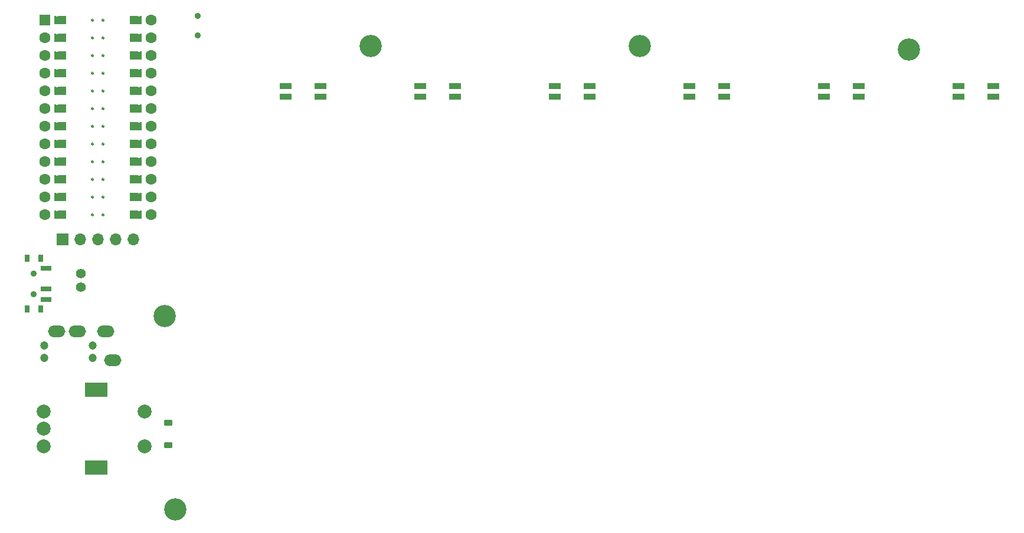
<source format=gts>
G04 #@! TF.GenerationSoftware,KiCad,Pcbnew,7.0.5*
G04 #@! TF.CreationDate,2024-01-21T06:01:12-08:00*
G04 #@! TF.ProjectId,Seismos_5CoreR,53656973-6d6f-4735-9f35-436f7265522e,rev?*
G04 #@! TF.SameCoordinates,Original*
G04 #@! TF.FileFunction,Soldermask,Top*
G04 #@! TF.FilePolarity,Negative*
%FSLAX46Y46*%
G04 Gerber Fmt 4.6, Leading zero omitted, Abs format (unit mm)*
G04 Created by KiCad (PCBNEW 7.0.5) date 2024-01-21 06:01:12*
%MOMM*%
%LPD*%
G01*
G04 APERTURE LIST*
G04 Aperture macros list*
%AMRoundRect*
0 Rectangle with rounded corners*
0 $1 Rounding radius*
0 $2 $3 $4 $5 $6 $7 $8 $9 X,Y pos of 4 corners*
0 Add a 4 corners polygon primitive as box body*
4,1,4,$2,$3,$4,$5,$6,$7,$8,$9,$2,$3,0*
0 Add four circle primitives for the rounded corners*
1,1,$1+$1,$2,$3*
1,1,$1+$1,$4,$5*
1,1,$1+$1,$6,$7*
1,1,$1+$1,$8,$9*
0 Add four rect primitives between the rounded corners*
20,1,$1+$1,$2,$3,$4,$5,0*
20,1,$1+$1,$4,$5,$6,$7,0*
20,1,$1+$1,$6,$7,$8,$9,0*
20,1,$1+$1,$8,$9,$2,$3,0*%
%AMFreePoly0*
4,1,6,0.600000,0.200000,0.000000,-0.400000,-0.600000,0.200000,-0.600000,0.400000,0.600000,0.400000,0.600000,0.200000,0.600000,0.200000,$1*%
%AMFreePoly1*
4,1,6,0.600000,-0.250000,-0.600000,-0.250000,-0.600000,1.000000,0.000000,0.400000,0.600000,1.000000,0.600000,-0.250000,0.600000,-0.250000,$1*%
G04 Aperture macros list end*
%ADD10C,0.250000*%
%ADD11C,0.100000*%
%ADD12C,3.200000*%
%ADD13C,2.000000*%
%ADD14R,3.200000X2.000000*%
%ADD15C,1.200000*%
%ADD16O,2.500000X1.700000*%
%ADD17R,1.803400X0.812800*%
%ADD18R,1.700000X1.700000*%
%ADD19O,1.700000X1.700000*%
%ADD20C,0.900000*%
%ADD21R,1.500000X0.700000*%
%ADD22R,0.800000X1.000000*%
%ADD23C,1.400000*%
%ADD24C,1.600000*%
%ADD25FreePoly0,270.000000*%
%ADD26FreePoly0,90.000000*%
%ADD27R,1.600000X1.600000*%
%ADD28FreePoly1,270.000000*%
%ADD29FreePoly1,90.000000*%
%ADD30RoundRect,0.225000X-0.375000X0.225000X-0.375000X-0.225000X0.375000X-0.225000X0.375000X0.225000X0*%
G04 APERTURE END LIST*
D10*
X42237000Y-22286000D02*
G75*
G03*
X42237000Y-22286000I-125000J0D01*
G01*
X40713000Y-22286000D02*
G75*
G03*
X40713000Y-22286000I-125000J0D01*
G01*
X42237000Y-24826000D02*
G75*
G03*
X42237000Y-24826000I-125000J0D01*
G01*
X40713000Y-24826000D02*
G75*
G03*
X40713000Y-24826000I-125000J0D01*
G01*
X42237000Y-27366000D02*
G75*
G03*
X42237000Y-27366000I-125000J0D01*
G01*
X40713000Y-27366000D02*
G75*
G03*
X40713000Y-27366000I-125000J0D01*
G01*
X42237000Y-29906000D02*
G75*
G03*
X42237000Y-29906000I-125000J0D01*
G01*
X40713000Y-29906000D02*
G75*
G03*
X40713000Y-29906000I-125000J0D01*
G01*
X42237000Y-32446000D02*
G75*
G03*
X42237000Y-32446000I-125000J0D01*
G01*
X40713000Y-32446000D02*
G75*
G03*
X40713000Y-32446000I-125000J0D01*
G01*
X42237000Y-34986000D02*
G75*
G03*
X42237000Y-34986000I-125000J0D01*
G01*
X40713000Y-34986000D02*
G75*
G03*
X40713000Y-34986000I-125000J0D01*
G01*
X42237000Y-37526000D02*
G75*
G03*
X42237000Y-37526000I-125000J0D01*
G01*
X40713000Y-37526000D02*
G75*
G03*
X40713000Y-37526000I-125000J0D01*
G01*
X42237000Y-40066000D02*
G75*
G03*
X42237000Y-40066000I-125000J0D01*
G01*
X40713000Y-40066000D02*
G75*
G03*
X40713000Y-40066000I-125000J0D01*
G01*
X42237000Y-42606000D02*
G75*
G03*
X42237000Y-42606000I-125000J0D01*
G01*
X40713000Y-42606000D02*
G75*
G03*
X40713000Y-42606000I-125000J0D01*
G01*
X42237000Y-45146000D02*
G75*
G03*
X42237000Y-45146000I-125000J0D01*
G01*
X40713000Y-45146000D02*
G75*
G03*
X40713000Y-45146000I-125000J0D01*
G01*
X42237000Y-47686000D02*
G75*
G03*
X42237000Y-47686000I-125000J0D01*
G01*
X40713000Y-47686000D02*
G75*
G03*
X40713000Y-47686000I-125000J0D01*
G01*
X42237000Y-50226000D02*
G75*
G03*
X42237000Y-50226000I-125000J0D01*
G01*
X40713000Y-50226000D02*
G75*
G03*
X40713000Y-50226000I-125000J0D01*
G01*
D11*
X36270000Y-22794000D02*
X35254000Y-22794000D01*
X35254000Y-21778000D01*
X36270000Y-21778000D01*
X36270000Y-22794000D01*
G36*
X36270000Y-22794000D02*
G01*
X35254000Y-22794000D01*
X35254000Y-21778000D01*
X36270000Y-21778000D01*
X36270000Y-22794000D01*
G37*
X47446000Y-22794000D02*
X46430000Y-22794000D01*
X46430000Y-21778000D01*
X47446000Y-21778000D01*
X47446000Y-22794000D01*
G36*
X47446000Y-22794000D02*
G01*
X46430000Y-22794000D01*
X46430000Y-21778000D01*
X47446000Y-21778000D01*
X47446000Y-22794000D01*
G37*
X36270000Y-25334000D02*
X35254000Y-25334000D01*
X35254000Y-24318000D01*
X36270000Y-24318000D01*
X36270000Y-25334000D01*
G36*
X36270000Y-25334000D02*
G01*
X35254000Y-25334000D01*
X35254000Y-24318000D01*
X36270000Y-24318000D01*
X36270000Y-25334000D01*
G37*
X47446000Y-25334000D02*
X46430000Y-25334000D01*
X46430000Y-24318000D01*
X47446000Y-24318000D01*
X47446000Y-25334000D01*
G36*
X47446000Y-25334000D02*
G01*
X46430000Y-25334000D01*
X46430000Y-24318000D01*
X47446000Y-24318000D01*
X47446000Y-25334000D01*
G37*
X36270000Y-27874000D02*
X35254000Y-27874000D01*
X35254000Y-26858000D01*
X36270000Y-26858000D01*
X36270000Y-27874000D01*
G36*
X36270000Y-27874000D02*
G01*
X35254000Y-27874000D01*
X35254000Y-26858000D01*
X36270000Y-26858000D01*
X36270000Y-27874000D01*
G37*
X47446000Y-27874000D02*
X46430000Y-27874000D01*
X46430000Y-26858000D01*
X47446000Y-26858000D01*
X47446000Y-27874000D01*
G36*
X47446000Y-27874000D02*
G01*
X46430000Y-27874000D01*
X46430000Y-26858000D01*
X47446000Y-26858000D01*
X47446000Y-27874000D01*
G37*
X36270000Y-30414000D02*
X35254000Y-30414000D01*
X35254000Y-29398000D01*
X36270000Y-29398000D01*
X36270000Y-30414000D01*
G36*
X36270000Y-30414000D02*
G01*
X35254000Y-30414000D01*
X35254000Y-29398000D01*
X36270000Y-29398000D01*
X36270000Y-30414000D01*
G37*
X47446000Y-30414000D02*
X46430000Y-30414000D01*
X46430000Y-29398000D01*
X47446000Y-29398000D01*
X47446000Y-30414000D01*
G36*
X47446000Y-30414000D02*
G01*
X46430000Y-30414000D01*
X46430000Y-29398000D01*
X47446000Y-29398000D01*
X47446000Y-30414000D01*
G37*
X36270000Y-32954000D02*
X35254000Y-32954000D01*
X35254000Y-31938000D01*
X36270000Y-31938000D01*
X36270000Y-32954000D01*
G36*
X36270000Y-32954000D02*
G01*
X35254000Y-32954000D01*
X35254000Y-31938000D01*
X36270000Y-31938000D01*
X36270000Y-32954000D01*
G37*
X47446000Y-32954000D02*
X46430000Y-32954000D01*
X46430000Y-31938000D01*
X47446000Y-31938000D01*
X47446000Y-32954000D01*
G36*
X47446000Y-32954000D02*
G01*
X46430000Y-32954000D01*
X46430000Y-31938000D01*
X47446000Y-31938000D01*
X47446000Y-32954000D01*
G37*
X36270000Y-35494000D02*
X35254000Y-35494000D01*
X35254000Y-34478000D01*
X36270000Y-34478000D01*
X36270000Y-35494000D01*
G36*
X36270000Y-35494000D02*
G01*
X35254000Y-35494000D01*
X35254000Y-34478000D01*
X36270000Y-34478000D01*
X36270000Y-35494000D01*
G37*
X47446000Y-35494000D02*
X46430000Y-35494000D01*
X46430000Y-34478000D01*
X47446000Y-34478000D01*
X47446000Y-35494000D01*
G36*
X47446000Y-35494000D02*
G01*
X46430000Y-35494000D01*
X46430000Y-34478000D01*
X47446000Y-34478000D01*
X47446000Y-35494000D01*
G37*
X36270000Y-38034000D02*
X35254000Y-38034000D01*
X35254000Y-37018000D01*
X36270000Y-37018000D01*
X36270000Y-38034000D01*
G36*
X36270000Y-38034000D02*
G01*
X35254000Y-38034000D01*
X35254000Y-37018000D01*
X36270000Y-37018000D01*
X36270000Y-38034000D01*
G37*
X47446000Y-38034000D02*
X46430000Y-38034000D01*
X46430000Y-37018000D01*
X47446000Y-37018000D01*
X47446000Y-38034000D01*
G36*
X47446000Y-38034000D02*
G01*
X46430000Y-38034000D01*
X46430000Y-37018000D01*
X47446000Y-37018000D01*
X47446000Y-38034000D01*
G37*
X36270000Y-40574000D02*
X35254000Y-40574000D01*
X35254000Y-39558000D01*
X36270000Y-39558000D01*
X36270000Y-40574000D01*
G36*
X36270000Y-40574000D02*
G01*
X35254000Y-40574000D01*
X35254000Y-39558000D01*
X36270000Y-39558000D01*
X36270000Y-40574000D01*
G37*
X47446000Y-40574000D02*
X46430000Y-40574000D01*
X46430000Y-39558000D01*
X47446000Y-39558000D01*
X47446000Y-40574000D01*
G36*
X47446000Y-40574000D02*
G01*
X46430000Y-40574000D01*
X46430000Y-39558000D01*
X47446000Y-39558000D01*
X47446000Y-40574000D01*
G37*
X36270000Y-43114000D02*
X35254000Y-43114000D01*
X35254000Y-42098000D01*
X36270000Y-42098000D01*
X36270000Y-43114000D01*
G36*
X36270000Y-43114000D02*
G01*
X35254000Y-43114000D01*
X35254000Y-42098000D01*
X36270000Y-42098000D01*
X36270000Y-43114000D01*
G37*
X47446000Y-43114000D02*
X46430000Y-43114000D01*
X46430000Y-42098000D01*
X47446000Y-42098000D01*
X47446000Y-43114000D01*
G36*
X47446000Y-43114000D02*
G01*
X46430000Y-43114000D01*
X46430000Y-42098000D01*
X47446000Y-42098000D01*
X47446000Y-43114000D01*
G37*
X36270000Y-45654000D02*
X35254000Y-45654000D01*
X35254000Y-44638000D01*
X36270000Y-44638000D01*
X36270000Y-45654000D01*
G36*
X36270000Y-45654000D02*
G01*
X35254000Y-45654000D01*
X35254000Y-44638000D01*
X36270000Y-44638000D01*
X36270000Y-45654000D01*
G37*
X47446000Y-45654000D02*
X46430000Y-45654000D01*
X46430000Y-44638000D01*
X47446000Y-44638000D01*
X47446000Y-45654000D01*
G36*
X47446000Y-45654000D02*
G01*
X46430000Y-45654000D01*
X46430000Y-44638000D01*
X47446000Y-44638000D01*
X47446000Y-45654000D01*
G37*
X36270000Y-48194000D02*
X35254000Y-48194000D01*
X35254000Y-47178000D01*
X36270000Y-47178000D01*
X36270000Y-48194000D01*
G36*
X36270000Y-48194000D02*
G01*
X35254000Y-48194000D01*
X35254000Y-47178000D01*
X36270000Y-47178000D01*
X36270000Y-48194000D01*
G37*
X47446000Y-48194000D02*
X46430000Y-48194000D01*
X46430000Y-47178000D01*
X47446000Y-47178000D01*
X47446000Y-48194000D01*
G36*
X47446000Y-48194000D02*
G01*
X46430000Y-48194000D01*
X46430000Y-47178000D01*
X47446000Y-47178000D01*
X47446000Y-48194000D01*
G37*
X36270000Y-50734000D02*
X35254000Y-50734000D01*
X35254000Y-49718000D01*
X36270000Y-49718000D01*
X36270000Y-50734000D01*
G36*
X36270000Y-50734000D02*
G01*
X35254000Y-50734000D01*
X35254000Y-49718000D01*
X36270000Y-49718000D01*
X36270000Y-50734000D01*
G37*
X47446000Y-50734000D02*
X46430000Y-50734000D01*
X46430000Y-49718000D01*
X47446000Y-49718000D01*
X47446000Y-50734000D01*
G36*
X47446000Y-50734000D02*
G01*
X46430000Y-50734000D01*
X46430000Y-49718000D01*
X47446000Y-49718000D01*
X47446000Y-50734000D01*
G37*
D12*
X51000000Y-64750000D03*
D13*
X33610000Y-78460000D03*
X33610000Y-83460000D03*
X33610000Y-80960000D03*
D14*
X41110000Y-75360000D03*
X41110000Y-86560000D03*
D13*
X48110000Y-83460000D03*
X48110000Y-78460000D03*
D15*
X33670000Y-70775000D03*
X40670000Y-70775000D03*
X33670000Y-69025000D03*
X40670000Y-69025000D03*
D16*
X42470000Y-66925000D03*
X38470000Y-66925000D03*
X35470000Y-66925000D03*
X43470000Y-71125000D03*
D17*
X68348100Y-33249300D03*
X68348100Y-31750700D03*
X73351900Y-31750700D03*
X73351900Y-33249300D03*
X164848100Y-33249300D03*
X164848100Y-31750700D03*
X169851900Y-31750700D03*
X169851900Y-33249300D03*
X126248100Y-33249300D03*
X126248100Y-31750700D03*
X131251900Y-31750700D03*
X131251900Y-33249300D03*
X106948100Y-33249300D03*
X106948100Y-31750700D03*
X111951900Y-31750700D03*
X111951900Y-33249300D03*
D18*
X36284000Y-53766000D03*
D19*
X38824000Y-53766000D03*
X41364000Y-53766000D03*
X43904000Y-53766000D03*
X46444000Y-53766000D03*
D20*
X32200000Y-58632000D03*
X32200000Y-61632000D03*
D21*
X33950000Y-60882000D03*
D22*
X33165000Y-56482000D03*
X31235000Y-56482000D03*
X33165000Y-63782000D03*
X31235000Y-63782000D03*
D21*
X33950000Y-62382000D03*
X33950000Y-57882000D03*
D23*
X38949500Y-60632000D03*
X38949500Y-58632000D03*
D12*
X80500000Y-26000000D03*
D24*
X48970000Y-22286000D03*
D25*
X47192000Y-22286000D03*
D26*
X35508000Y-22286000D03*
D24*
X33730000Y-22286000D03*
D27*
X33730000Y-22286000D03*
D24*
X48970000Y-24826000D03*
D25*
X47192000Y-24826000D03*
D26*
X35508000Y-24826000D03*
D24*
X33730000Y-24826000D03*
X48970000Y-27366000D03*
D25*
X47192000Y-27366000D03*
D26*
X35508000Y-27366000D03*
D24*
X33730000Y-27366000D03*
X48970000Y-29906000D03*
D25*
X47192000Y-29906000D03*
D26*
X35508000Y-29906000D03*
D24*
X33730000Y-29906000D03*
X48970000Y-32446000D03*
D25*
X47192000Y-32446000D03*
D26*
X35508000Y-32446000D03*
D24*
X33730000Y-32446000D03*
X48970000Y-34986000D03*
D25*
X47192000Y-34986000D03*
D26*
X35508000Y-34986000D03*
D24*
X33730000Y-34986000D03*
X48970000Y-37526000D03*
D25*
X47192000Y-37526000D03*
D26*
X35508000Y-37526000D03*
D24*
X33730000Y-37526000D03*
X48970000Y-40066000D03*
D25*
X47192000Y-40066000D03*
D26*
X35508000Y-40066000D03*
D24*
X33730000Y-40066000D03*
X48970000Y-42606000D03*
D25*
X47192000Y-42606000D03*
D26*
X35508000Y-42606000D03*
D24*
X33730000Y-42606000D03*
X48970000Y-45146000D03*
D25*
X47192000Y-45146000D03*
D26*
X35508000Y-45146000D03*
D24*
X33730000Y-45146000D03*
X48970000Y-47686000D03*
D25*
X47192000Y-47686000D03*
D26*
X35508000Y-47686000D03*
D24*
X33730000Y-47686000D03*
X48970000Y-50226000D03*
D25*
X47192000Y-50226000D03*
D26*
X35508000Y-50226000D03*
D24*
X33730000Y-50226000D03*
D28*
X46176000Y-22286000D03*
X46176000Y-24826000D03*
X46176000Y-27366000D03*
X46176000Y-29906000D03*
X46176000Y-32446000D03*
X46176000Y-34986000D03*
X46176000Y-37526000D03*
X46176000Y-40066000D03*
X46176000Y-42606000D03*
X46176000Y-45146000D03*
X46176000Y-47686000D03*
X46176000Y-50226000D03*
D29*
X36524000Y-50226000D03*
X36524000Y-47686000D03*
X36524000Y-45146000D03*
X36524000Y-42606000D03*
X36524000Y-40066000D03*
X36524000Y-37526000D03*
X36524000Y-34986000D03*
X36524000Y-32446000D03*
X36524000Y-29906000D03*
X36524000Y-27366000D03*
X36524000Y-24826000D03*
X36524000Y-22286000D03*
D17*
X145548100Y-33249300D03*
X145548100Y-31750700D03*
X150551900Y-31750700D03*
X150551900Y-33249300D03*
D12*
X157700000Y-26500000D03*
X52500000Y-92500000D03*
X119100000Y-26000000D03*
D30*
X51500000Y-80050000D03*
X51500000Y-83350000D03*
D17*
X87648100Y-33249300D03*
X87648100Y-31750700D03*
X92651900Y-31750700D03*
X92651900Y-33249300D03*
D20*
X55712500Y-24449500D03*
X55712500Y-21649500D03*
M02*

</source>
